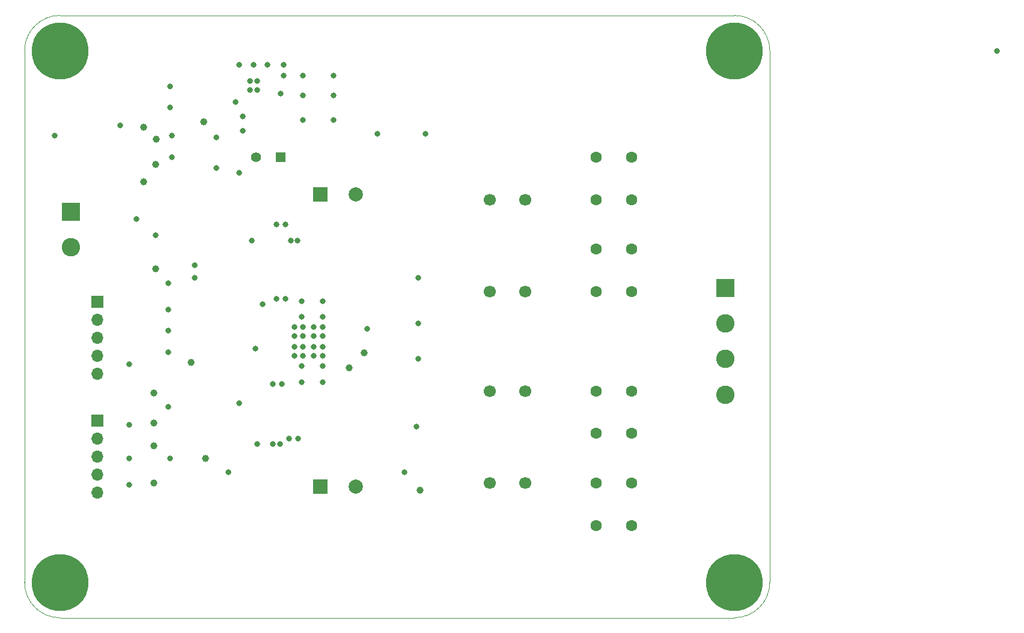
<source format=gbr>
%TF.GenerationSoftware,KiCad,Pcbnew,(6.0.0-rc1-314-g10be483430)*%
%TF.CreationDate,2021-12-21T22:09:41+01:00*%
%TF.ProjectId,ma12070p_amp_v1,6d613132-3037-4307-905f-616d705f7631,rev?*%
%TF.SameCoordinates,Original*%
%TF.FileFunction,Soldermask,Bot*%
%TF.FilePolarity,Negative*%
%FSLAX45Y45*%
G04 Gerber Fmt 4.5, Leading zero omitted, Abs format (unit mm)*
G04 Created by KiCad (PCBNEW (6.0.0-rc1-314-g10be483430)) date 2021-12-21 22:09:41*
%MOMM*%
%LPD*%
G01*
G04 APERTURE LIST*
%TA.AperFunction,Profile*%
%ADD10C,0.050000*%
%TD*%
%ADD11C,1.600000*%
%ADD12R,1.700000X1.700000*%
%ADD13O,1.700000X1.700000*%
%ADD14R,2.600000X2.600000*%
%ADD15C,2.600000*%
%ADD16C,1.700000*%
%ADD17C,8.000000*%
%ADD18R,2.000000X2.000000*%
%ADD19C,2.000000*%
%ADD20R,1.422400X1.422400*%
%ADD21C,1.422400*%
%ADD22C,0.800000*%
%ADD23C,1.000000*%
G04 APERTURE END LIST*
D10*
X21000000Y-12700000D02*
G75*
G03*
X21500000Y-12200000I0J500000D01*
G01*
X11000000Y-12200000D02*
G75*
G03*
X11500000Y-12700000I500000J0D01*
G01*
X21500000Y-4700000D02*
G75*
G03*
X21000000Y-4200000I-500000J0D01*
G01*
X21500000Y-4700000D02*
X21500000Y-12200000D01*
X11500000Y-4199375D02*
X21000000Y-4200000D01*
X11000000Y-12200000D02*
X11000000Y-4675000D01*
X21000000Y-12700000D02*
X11500000Y-12700000D01*
X11500000Y-4199375D02*
G75*
G03*
X11000000Y-4675000I0J-500625D01*
G01*
D11*
%TO.C,C27*%
X19050000Y-11400000D03*
X19550000Y-11400000D03*
%TD*%
D12*
%TO.C,CONN4*%
X12025000Y-8242500D03*
D13*
X12025000Y-8496500D03*
X12025000Y-8750500D03*
X12025000Y-9004500D03*
X12025000Y-9258500D03*
%TD*%
D12*
%TO.C,CONN3*%
X12025000Y-9917500D03*
D13*
X12025000Y-10171500D03*
X12025000Y-10425500D03*
X12025000Y-10679500D03*
X12025000Y-10933500D03*
%TD*%
D14*
%TO.C,CONN2*%
X20869500Y-8050000D03*
D15*
X20869500Y-8550000D03*
X20869500Y-9050000D03*
X20869500Y-9550000D03*
%TD*%
D16*
%TO.C,L2*%
X18050000Y-6800000D03*
X17550000Y-6800000D03*
%TD*%
D11*
%TO.C,C23*%
X19050000Y-10100000D03*
X19550000Y-10100000D03*
%TD*%
D16*
%TO.C,L4*%
X18050000Y-8100000D03*
X17550000Y-8100000D03*
%TD*%
D17*
%TO.C,H2*%
X11500000Y-4700000D03*
%TD*%
D11*
%TO.C,C12*%
X19050000Y-7500000D03*
X19550000Y-7500000D03*
%TD*%
D17*
%TO.C,H4*%
X21000000Y-4700000D03*
%TD*%
D11*
%TO.C,C8*%
X19050000Y-6200000D03*
X19550000Y-6200000D03*
%TD*%
D18*
%TO.C,C2*%
X15163232Y-6725000D03*
D19*
X15663232Y-6725000D03*
%TD*%
D16*
%TO.C,L6*%
X18050000Y-10800000D03*
X17550000Y-10800000D03*
%TD*%
D11*
%TO.C,C24*%
X19550000Y-9500000D03*
X19050000Y-9500000D03*
%TD*%
D17*
%TO.C,H3*%
X11500000Y-12200000D03*
%TD*%
D18*
%TO.C,C1*%
X15163232Y-10850000D03*
D19*
X15663232Y-10850000D03*
%TD*%
D16*
%TO.C,L5*%
X18050000Y-9500000D03*
X17550000Y-9500000D03*
%TD*%
D11*
%TO.C,C9*%
X19550000Y-6800000D03*
X19050000Y-6800000D03*
%TD*%
%TO.C,C28*%
X19050000Y-10800000D03*
X19550000Y-10800000D03*
%TD*%
D17*
%TO.C,H1*%
X21000000Y-12200000D03*
%TD*%
D20*
%TO.C,L3*%
X14610010Y-6200000D03*
D21*
X14259490Y-6200000D03*
%TD*%
D11*
%TO.C,C13*%
X19050000Y-8100000D03*
X19550000Y-8100000D03*
%TD*%
D14*
%TO.C,CONN1*%
X11650000Y-6975000D03*
D15*
X11650000Y-7475000D03*
%TD*%
D22*
X24700000Y-4700000D03*
X13025000Y-9725000D03*
X16650000Y-5875000D03*
X14925000Y-9000000D03*
X13875000Y-10650000D03*
X16550000Y-9050000D03*
X15350000Y-5325000D03*
X14275000Y-10250000D03*
X14200000Y-7375000D03*
X15200000Y-8875000D03*
X13700000Y-6350000D03*
X14425000Y-4900000D03*
X15350000Y-5050000D03*
X13700000Y-5925000D03*
X14225000Y-4900000D03*
X16550000Y-7900000D03*
X12475000Y-10450000D03*
X14275000Y-5250000D03*
X14925000Y-8725000D03*
X15075000Y-8875000D03*
X14750000Y-7375000D03*
X12575000Y-7075000D03*
X13050000Y-10450000D03*
X14800000Y-9000000D03*
X14850000Y-10175000D03*
X13050000Y-5200000D03*
X15075000Y-9000000D03*
X14925000Y-5325000D03*
X15825000Y-8625000D03*
X14925000Y-8875000D03*
X13025000Y-8650000D03*
X13025000Y-7975000D03*
X14025000Y-9675000D03*
X13400000Y-7725000D03*
X14175000Y-5125000D03*
X14075000Y-5625000D03*
X14800000Y-8600000D03*
X12475000Y-9125000D03*
X14800000Y-8725000D03*
X15200000Y-8725000D03*
X14725000Y-10175000D03*
X12475000Y-9975000D03*
X13025000Y-8350000D03*
X14925000Y-5050000D03*
X15075000Y-8600000D03*
X14175000Y-5250000D03*
X14250000Y-8900000D03*
X12350000Y-5750000D03*
X14925000Y-8600000D03*
X14025000Y-4900000D03*
X11425000Y-5900000D03*
X14800000Y-8875000D03*
X14075000Y-5825000D03*
X13050000Y-5500000D03*
X14350000Y-8275000D03*
X16550000Y-8550000D03*
X15975000Y-5875000D03*
X12475000Y-10825000D03*
X14925000Y-5675000D03*
X14848638Y-7374225D03*
X14275000Y-5125000D03*
X15200000Y-8600000D03*
X14025000Y-6425000D03*
X16350000Y-10650000D03*
X15075000Y-8725000D03*
X13075000Y-5900000D03*
X14650000Y-5050000D03*
X12850000Y-7300000D03*
X14650000Y-4900000D03*
X13075000Y-6200000D03*
X15200000Y-9000000D03*
X16525000Y-10000000D03*
X15350000Y-5675000D03*
X13400000Y-7900000D03*
X13025000Y-8950000D03*
X14900000Y-8450000D03*
X14900000Y-8230000D03*
X15200000Y-8450000D03*
X15200000Y-8230000D03*
X15200000Y-9150000D03*
X15200000Y-9375000D03*
X14900000Y-9150000D03*
X14900000Y-9375000D03*
X14500000Y-10250000D03*
X14500000Y-9400000D03*
X14625000Y-9400000D03*
X14600000Y-10250000D03*
D23*
X12852500Y-5950000D03*
X13525000Y-5700000D03*
D22*
X14610000Y-5300000D03*
X13975000Y-5425000D03*
D23*
X12850000Y-6300000D03*
X12675000Y-6550000D03*
X12677500Y-5775000D03*
X16575000Y-10900000D03*
X12825000Y-10275000D03*
X15787500Y-8962500D03*
X12825000Y-10800000D03*
X12850000Y-7775000D03*
X15575000Y-9175000D03*
X12825000Y-9950000D03*
X12825000Y-9525000D03*
D22*
X14550000Y-8200000D03*
X14550000Y-7150000D03*
X14675000Y-8200000D03*
X14675000Y-7150000D03*
D23*
X13350000Y-9100000D03*
X13550000Y-10450000D03*
M02*

</source>
